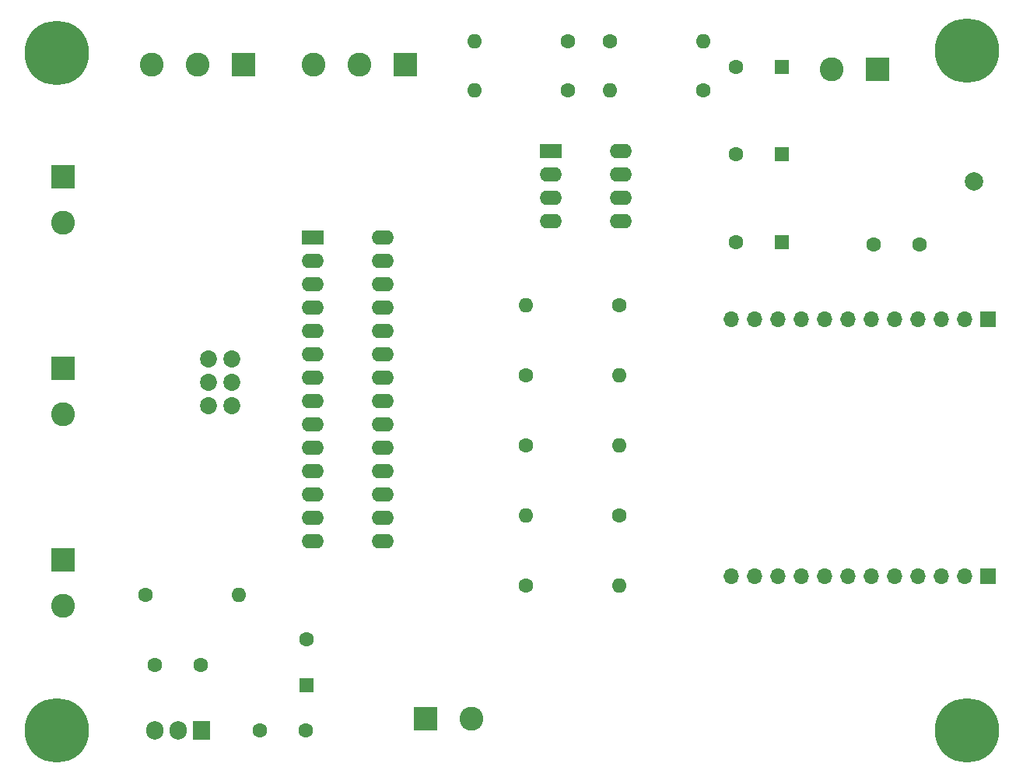
<source format=gbr>
%TF.GenerationSoftware,KiCad,Pcbnew,8.0.5*%
%TF.CreationDate,2024-10-13T16:52:23-07:00*%
%TF.ProjectId,Atmega_BM83,41746d65-6761-45f4-924d-38332e6b6963,rev?*%
%TF.SameCoordinates,Original*%
%TF.FileFunction,Soldermask,Bot*%
%TF.FilePolarity,Negative*%
%FSLAX46Y46*%
G04 Gerber Fmt 4.6, Leading zero omitted, Abs format (unit mm)*
G04 Created by KiCad (PCBNEW 8.0.5) date 2024-10-13 16:52:23*
%MOMM*%
%LPD*%
G01*
G04 APERTURE LIST*
%ADD10C,1.600000*%
%ADD11C,7.000000*%
%ADD12R,2.600000X2.600000*%
%ADD13C,2.600000*%
%ADD14R,1.600000X1.600000*%
%ADD15O,1.600000X1.600000*%
%ADD16R,1.700000X1.700000*%
%ADD17O,1.700000X1.700000*%
%ADD18R,2.400000X1.600000*%
%ADD19O,2.400000X1.600000*%
%ADD20C,1.854000*%
%ADD21C,2.000000*%
%ADD22R,1.905000X2.000000*%
%ADD23O,1.905000X2.000000*%
G04 APERTURE END LIST*
D10*
%TO.C,C7*%
X152360000Y-91948000D03*
X147360000Y-91948000D03*
%TD*%
D11*
%TO.C,H2*%
X157480000Y-70866000D03*
%TD*%
D12*
%TO.C,J3*%
X96360000Y-72390000D03*
D13*
X91360000Y-72390000D03*
X86360000Y-72390000D03*
%TD*%
D12*
%TO.C,J1*%
X98592000Y-143561000D03*
D13*
X103592000Y-143561000D03*
%TD*%
D14*
%TO.C,C3*%
X137334000Y-72644000D03*
D10*
X132334000Y-72644000D03*
%TD*%
%TO.C,R9*%
X119634000Y-121412000D03*
D15*
X109474000Y-121412000D03*
%TD*%
D14*
%TO.C,C1*%
X137334000Y-91694000D03*
D10*
X132334000Y-91694000D03*
%TD*%
%TO.C,R2*%
X114046000Y-75184000D03*
D15*
X103886000Y-75184000D03*
%TD*%
D16*
%TO.C,J8*%
X159771000Y-100076000D03*
D17*
X157231000Y-100076000D03*
X154691000Y-100076000D03*
X152151000Y-100076000D03*
X149611000Y-100076000D03*
X147071000Y-100076000D03*
X144531000Y-100076000D03*
X141991000Y-100076000D03*
X139451000Y-100076000D03*
X136911000Y-100076000D03*
X134371000Y-100076000D03*
X131831000Y-100076000D03*
%TD*%
D12*
%TO.C,J7*%
X59131000Y-105450000D03*
D13*
X59131000Y-110450000D03*
%TD*%
D12*
%TO.C,J2*%
X147788000Y-72898000D03*
D13*
X142788000Y-72898000D03*
%TD*%
D14*
%TO.C,C2*%
X137334000Y-82169000D03*
D10*
X132334000Y-82169000D03*
%TD*%
D11*
%TO.C,H1*%
X157480000Y-144780000D03*
%TD*%
%TO.C,H4*%
X58420000Y-144780000D03*
%TD*%
D12*
%TO.C,J5*%
X59131000Y-84622000D03*
D13*
X59131000Y-89622000D03*
%TD*%
D18*
%TO.C,U4*%
X112253000Y-81798000D03*
D19*
X112253000Y-84338000D03*
X112253000Y-86878000D03*
X112253000Y-89418000D03*
X119873000Y-89418000D03*
X119873000Y-86878000D03*
X119873000Y-84338000D03*
X119873000Y-81798000D03*
%TD*%
D20*
%TO.C,J10*%
X74930000Y-104394000D03*
X77470000Y-104394000D03*
X74930000Y-106934000D03*
X77470000Y-106934000D03*
X74930000Y-109474000D03*
X77470000Y-109474000D03*
%TD*%
D14*
%TO.C,C4*%
X85598000Y-139914000D03*
D10*
X85598000Y-134914000D03*
%TD*%
%TO.C,R10*%
X109474000Y-129032000D03*
D15*
X119634000Y-129032000D03*
%TD*%
D10*
%TO.C,R1*%
X128778000Y-75184000D03*
D15*
X118618000Y-75184000D03*
%TD*%
D10*
%TO.C,R7*%
X119634000Y-98552000D03*
D15*
X109474000Y-98552000D03*
%TD*%
D18*
%TO.C,U3*%
X86345000Y-91196000D03*
D19*
X86345000Y-93736000D03*
X86345000Y-96276000D03*
X86345000Y-98816000D03*
X86345000Y-101356000D03*
X86345000Y-103896000D03*
X86345000Y-106436000D03*
X86345000Y-108976000D03*
X86345000Y-111516000D03*
X86345000Y-114056000D03*
X86345000Y-116596000D03*
X86345000Y-119136000D03*
X86345000Y-121676000D03*
X86345000Y-124216000D03*
X93965000Y-124216000D03*
X93965000Y-121676000D03*
X93965000Y-119136000D03*
X93965000Y-116596000D03*
X93965000Y-114056000D03*
X93965000Y-111516000D03*
X93965000Y-108976000D03*
X93965000Y-106436000D03*
X93965000Y-103896000D03*
X93965000Y-101356000D03*
X93965000Y-98816000D03*
X93965000Y-96276000D03*
X93965000Y-93736000D03*
X93965000Y-91196000D03*
%TD*%
D10*
%TO.C,R4*%
X118618000Y-69850000D03*
D15*
X128778000Y-69850000D03*
%TD*%
D10*
%TO.C,C5*%
X80558000Y-144780000D03*
X85558000Y-144780000D03*
%TD*%
%TO.C,R8*%
X109474000Y-113792000D03*
D15*
X119634000Y-113792000D03*
%TD*%
D11*
%TO.C,H3*%
X58420000Y-71120000D03*
%TD*%
D16*
%TO.C,J9*%
X159771000Y-128016000D03*
D17*
X157231000Y-128016000D03*
X154691000Y-128016000D03*
X152151000Y-128016000D03*
X149611000Y-128016000D03*
X147071000Y-128016000D03*
X144531000Y-128016000D03*
X141991000Y-128016000D03*
X139451000Y-128016000D03*
X136911000Y-128016000D03*
X134371000Y-128016000D03*
X131831000Y-128016000D03*
%TD*%
D12*
%TO.C,J6*%
X59131000Y-126278000D03*
D13*
X59131000Y-131278000D03*
%TD*%
D10*
%TO.C,R11*%
X68072000Y-130048000D03*
D15*
X78232000Y-130048000D03*
%TD*%
D12*
%TO.C,J4*%
X78740000Y-72390000D03*
D13*
X73740000Y-72390000D03*
X68740000Y-72390000D03*
%TD*%
D21*
%TO.C,TP1*%
X158242000Y-85090000D03*
%TD*%
D22*
%TO.C,U2*%
X74168000Y-144780000D03*
D23*
X71628000Y-144780000D03*
X69088000Y-144780000D03*
%TD*%
D10*
%TO.C,C6*%
X69128000Y-137668000D03*
X74128000Y-137668000D03*
%TD*%
%TO.C,R3*%
X114046000Y-69850000D03*
D15*
X103886000Y-69850000D03*
%TD*%
D10*
%TO.C,R6*%
X109474000Y-106172000D03*
D15*
X119634000Y-106172000D03*
%TD*%
M02*

</source>
